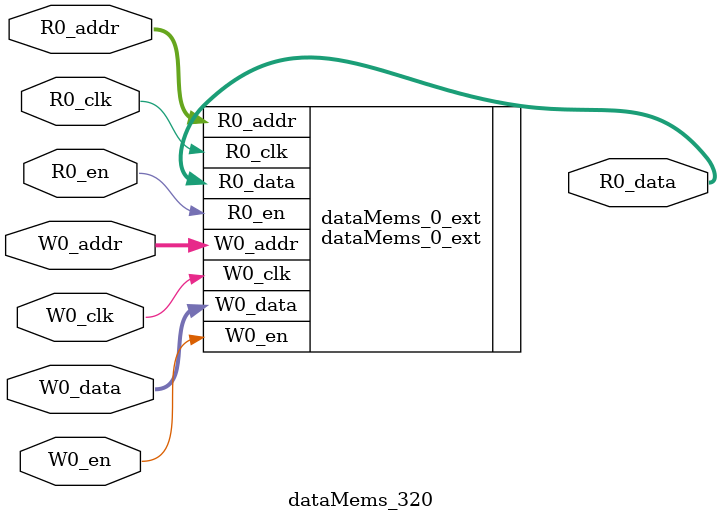
<source format=sv>
`ifndef RANDOMIZE
  `ifdef RANDOMIZE_REG_INIT
    `define RANDOMIZE
  `endif // RANDOMIZE_REG_INIT
`endif // not def RANDOMIZE
`ifndef RANDOMIZE
  `ifdef RANDOMIZE_MEM_INIT
    `define RANDOMIZE
  `endif // RANDOMIZE_MEM_INIT
`endif // not def RANDOMIZE

`ifndef RANDOM
  `define RANDOM $random
`endif // not def RANDOM

// Users can define 'PRINTF_COND' to add an extra gate to prints.
`ifndef PRINTF_COND_
  `ifdef PRINTF_COND
    `define PRINTF_COND_ (`PRINTF_COND)
  `else  // PRINTF_COND
    `define PRINTF_COND_ 1
  `endif // PRINTF_COND
`endif // not def PRINTF_COND_

// Users can define 'ASSERT_VERBOSE_COND' to add an extra gate to assert error printing.
`ifndef ASSERT_VERBOSE_COND_
  `ifdef ASSERT_VERBOSE_COND
    `define ASSERT_VERBOSE_COND_ (`ASSERT_VERBOSE_COND)
  `else  // ASSERT_VERBOSE_COND
    `define ASSERT_VERBOSE_COND_ 1
  `endif // ASSERT_VERBOSE_COND
`endif // not def ASSERT_VERBOSE_COND_

// Users can define 'STOP_COND' to add an extra gate to stop conditions.
`ifndef STOP_COND_
  `ifdef STOP_COND
    `define STOP_COND_ (`STOP_COND)
  `else  // STOP_COND
    `define STOP_COND_ 1
  `endif // STOP_COND
`endif // not def STOP_COND_

// Users can define INIT_RANDOM as general code that gets injected into the
// initializer block for modules with registers.
`ifndef INIT_RANDOM
  `define INIT_RANDOM
`endif // not def INIT_RANDOM

// If using random initialization, you can also define RANDOMIZE_DELAY to
// customize the delay used, otherwise 0.002 is used.
`ifndef RANDOMIZE_DELAY
  `define RANDOMIZE_DELAY 0.002
`endif // not def RANDOMIZE_DELAY

// Define INIT_RANDOM_PROLOG_ for use in our modules below.
`ifndef INIT_RANDOM_PROLOG_
  `ifdef RANDOMIZE
    `ifdef VERILATOR
      `define INIT_RANDOM_PROLOG_ `INIT_RANDOM
    `else  // VERILATOR
      `define INIT_RANDOM_PROLOG_ `INIT_RANDOM #`RANDOMIZE_DELAY begin end
    `endif // VERILATOR
  `else  // RANDOMIZE
    `define INIT_RANDOM_PROLOG_
  `endif // RANDOMIZE
`endif // not def INIT_RANDOM_PROLOG_

// Include register initializers in init blocks unless synthesis is set
`ifndef SYNTHESIS
  `ifndef ENABLE_INITIAL_REG_
    `define ENABLE_INITIAL_REG_
  `endif // not def ENABLE_INITIAL_REG_
`endif // not def SYNTHESIS

// Include rmemory initializers in init blocks unless synthesis is set
`ifndef SYNTHESIS
  `ifndef ENABLE_INITIAL_MEM_
    `define ENABLE_INITIAL_MEM_
  `endif // not def ENABLE_INITIAL_MEM_
`endif // not def SYNTHESIS

module dataMems_320(	// @[generators/ara/src/main/scala/UnsafeAXI4ToTL.scala:365:62]
  input  [4:0]  R0_addr,
  input         R0_en,
  input         R0_clk,
  output [66:0] R0_data,
  input  [4:0]  W0_addr,
  input         W0_en,
  input         W0_clk,
  input  [66:0] W0_data
);

  dataMems_0_ext dataMems_0_ext (	// @[generators/ara/src/main/scala/UnsafeAXI4ToTL.scala:365:62]
    .R0_addr (R0_addr),
    .R0_en   (R0_en),
    .R0_clk  (R0_clk),
    .R0_data (R0_data),
    .W0_addr (W0_addr),
    .W0_en   (W0_en),
    .W0_clk  (W0_clk),
    .W0_data (W0_data)
  );
endmodule


</source>
